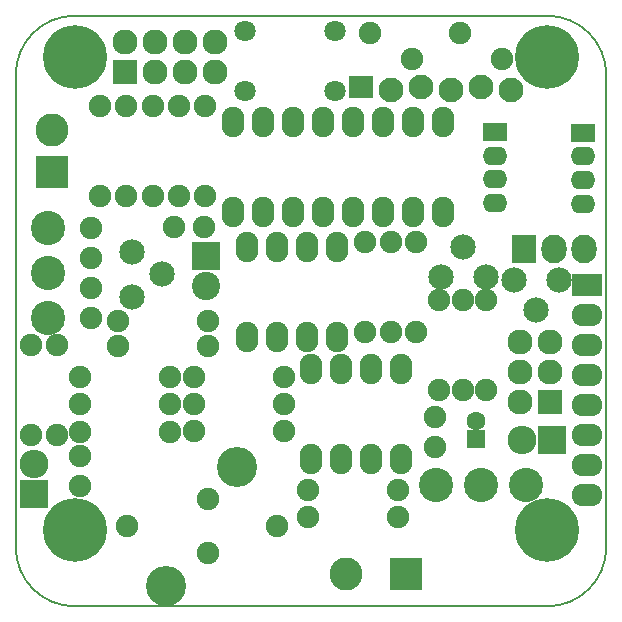
<source format=gts>
G04 #@! TF.FileFunction,Soldermask,Top*
%FSLAX46Y46*%
G04 Gerber Fmt 4.6, Leading zero omitted, Abs format (unit mm)*
G04 Created by KiCad (PCBNEW 4.0.2+dfsg1-stable) date Sa 04 Feb 2017 00:29:01 CET*
%MOMM*%
G01*
G04 APERTURE LIST*
%ADD10C,0.100000*%
%ADD11C,0.150000*%
%ADD12C,1.900000*%
%ADD13C,2.800000*%
%ADD14R,2.800000X2.800000*%
%ADD15C,5.400000*%
%ADD16C,2.150060*%
%ADD17O,1.901140X2.599640*%
%ADD18R,2.127200X2.127200*%
%ADD19O,2.127200X2.127200*%
%ADD20C,1.901140*%
%ADD21R,2.597100X1.924000*%
%ADD22O,2.597100X1.924000*%
%ADD23C,3.400000*%
%ADD24R,2.400000X2.400000*%
%ADD25C,2.400000*%
%ADD26R,2.000000X1.900000*%
%ADD27C,2.100000*%
%ADD28R,2.432000X2.432000*%
%ADD29O,2.432000X2.432000*%
%ADD30R,2.127200X2.432000*%
%ADD31O,2.127200X2.432000*%
%ADD32C,2.899360*%
%ADD33R,2.099260X1.598880*%
%ADD34O,2.099260X1.598880*%
%ADD35R,1.600000X1.600000*%
%ADD36C,1.600000*%
%ADD37C,1.797000*%
G04 APERTURE END LIST*
D10*
D11*
X100000000Y-80000000D02*
G75*
G03X95000000Y-85000000I0J-5000000D01*
G01*
X145000000Y-85000000D02*
G75*
G03X140000000Y-80000000I-5000000J0D01*
G01*
X140000000Y-130000000D02*
G75*
G03X145000000Y-125000000I0J5000000D01*
G01*
X95000000Y-125000000D02*
G75*
G03X100000000Y-130000000I5000000J0D01*
G01*
X95000000Y-85000000D02*
X95000000Y-125000000D01*
X140000000Y-80000000D02*
X100000000Y-80000000D01*
X145000000Y-125000000D02*
X145000000Y-85000000D01*
X100000000Y-130000000D02*
X140000000Y-130000000D01*
D12*
X111252000Y-120904000D03*
D13*
X122936000Y-127254000D03*
D14*
X128016000Y-127254000D03*
D15*
X100000000Y-83500000D03*
X140000000Y-83500000D03*
X140000000Y-123500000D03*
X100000000Y-123500000D03*
D16*
X134797800Y-102133400D03*
X132892800Y-99593400D03*
X130987800Y-102133400D03*
D17*
X127660400Y-109880400D03*
X125120400Y-109880400D03*
X122580400Y-109880400D03*
X120040400Y-109880400D03*
X120040400Y-117500400D03*
X122580400Y-117500400D03*
X125120400Y-117500400D03*
X127660400Y-117500400D03*
D18*
X104279700Y-84721700D03*
D19*
X104279700Y-82181700D03*
X106819700Y-84721700D03*
X106819700Y-82181700D03*
X109359700Y-84721700D03*
X109359700Y-82181700D03*
X111899700Y-84721700D03*
X111899700Y-82181700D03*
D17*
X113411000Y-96647000D03*
X115951000Y-96647000D03*
X118491000Y-96647000D03*
X121031000Y-96647000D03*
X123571000Y-96647000D03*
X126111000Y-96647000D03*
X128651000Y-96647000D03*
X131191000Y-96647000D03*
X131191000Y-89027000D03*
X128651000Y-89027000D03*
X126111000Y-89027000D03*
X123571000Y-89027000D03*
X121031000Y-89027000D03*
X118491000Y-89027000D03*
X115951000Y-89027000D03*
X113411000Y-89027000D03*
D20*
X100482400Y-119837200D03*
X100482400Y-117297200D03*
X130505200Y-116484400D03*
X130505200Y-113944400D03*
X110947200Y-97891600D03*
X108407200Y-97891600D03*
D12*
X127355600Y-122478800D03*
X119735600Y-122478800D03*
X119735600Y-120192800D03*
X127355600Y-120192800D03*
X117678200Y-115189000D03*
X110058200Y-115189000D03*
X108102400Y-115214400D03*
X100482400Y-115214400D03*
X96266000Y-107848400D03*
X96266000Y-115468400D03*
X98501200Y-107848400D03*
X98501200Y-115468400D03*
X103682800Y-108000800D03*
X111302800Y-108000800D03*
X111302800Y-105816400D03*
X103682800Y-105816400D03*
X117729000Y-110617000D03*
X110109000Y-110617000D03*
D18*
X140258800Y-112674400D03*
D19*
X137718800Y-112674400D03*
X140258800Y-110134400D03*
X137718800Y-110134400D03*
X140258800Y-107594400D03*
X137718800Y-107594400D03*
D16*
X137185400Y-102336600D03*
X139090400Y-104876600D03*
X140995400Y-102336600D03*
D12*
X132842000Y-104089200D03*
X132842000Y-111709200D03*
X130860800Y-104089200D03*
X130860800Y-111709200D03*
X100482400Y-112877600D03*
X108102400Y-112877600D03*
X124587000Y-99187000D03*
X124587000Y-106807000D03*
X126746000Y-99187000D03*
X126746000Y-106807000D03*
X128905000Y-99187000D03*
X128905000Y-106807000D03*
X134823200Y-104089200D03*
X134823200Y-111709200D03*
X124968000Y-81483200D03*
X132588000Y-81483200D03*
D21*
X143357600Y-102819200D03*
D22*
X143357600Y-105359200D03*
X143357600Y-107899200D03*
X143357600Y-110439200D03*
X143357600Y-112979200D03*
X143357600Y-115519200D03*
X143357600Y-118059200D03*
X143357600Y-120599200D03*
D23*
X107744000Y-128240800D03*
X113744000Y-118240800D03*
D12*
X117094000Y-123240800D03*
X104394000Y-123240800D03*
D20*
X101346000Y-97942400D03*
X101346000Y-100482400D03*
X101346000Y-105562400D03*
X101346000Y-103022400D03*
D12*
X117729000Y-112903000D03*
X110109000Y-112903000D03*
D24*
X111099600Y-100380800D03*
D25*
X111099600Y-102920800D03*
D26*
X124256800Y-86055200D03*
D27*
X126796800Y-86258400D03*
X129336800Y-86055200D03*
X131876800Y-86258400D03*
X134416800Y-86055200D03*
X136956800Y-86258400D03*
D28*
X96520000Y-120497600D03*
D29*
X96520000Y-117957600D03*
D13*
X98032800Y-89690000D03*
D14*
X98032800Y-93190000D03*
D16*
X104876600Y-103784400D03*
X107416600Y-101879400D03*
X104876600Y-99974400D03*
D12*
X108102400Y-110617000D03*
X100482400Y-110617000D03*
X106603800Y-87655400D03*
X106603800Y-95275400D03*
X104368600Y-87680800D03*
X104368600Y-95300800D03*
X108813600Y-87630000D03*
X108813600Y-95250000D03*
X110998000Y-87655400D03*
X110998000Y-95275400D03*
X102158800Y-95300800D03*
X102158800Y-87680800D03*
D30*
X138023600Y-99771200D03*
D31*
X140563600Y-99771200D03*
X143103600Y-99771200D03*
D32*
X138176000Y-119735600D03*
X134366000Y-119735600D03*
X130556000Y-119735600D03*
X97739200Y-105562400D03*
X97739200Y-101752400D03*
X97739200Y-97942400D03*
D17*
X114554000Y-107188000D03*
X117094000Y-107188000D03*
X119634000Y-107188000D03*
X122174000Y-107188000D03*
X122174000Y-99568000D03*
X119634000Y-99568000D03*
X117094000Y-99568000D03*
X114554000Y-99568000D03*
D33*
X143002000Y-89895680D03*
D34*
X143002000Y-93898720D03*
X143002000Y-91897200D03*
X143002000Y-95897700D03*
D35*
X134010400Y-115812000D03*
D36*
X134010400Y-114312000D03*
D33*
X135559800Y-89844880D03*
D34*
X135559800Y-93847920D03*
X135559800Y-91846400D03*
X135559800Y-95846900D03*
D37*
X122047000Y-81292700D03*
X122047000Y-86372700D03*
X114427000Y-81292700D03*
X114427000Y-86372700D03*
D28*
X140411200Y-115925600D03*
D29*
X137871200Y-115925600D03*
D12*
X128524000Y-83667600D03*
X136144000Y-83667600D03*
X111252000Y-125476000D03*
M02*

</source>
